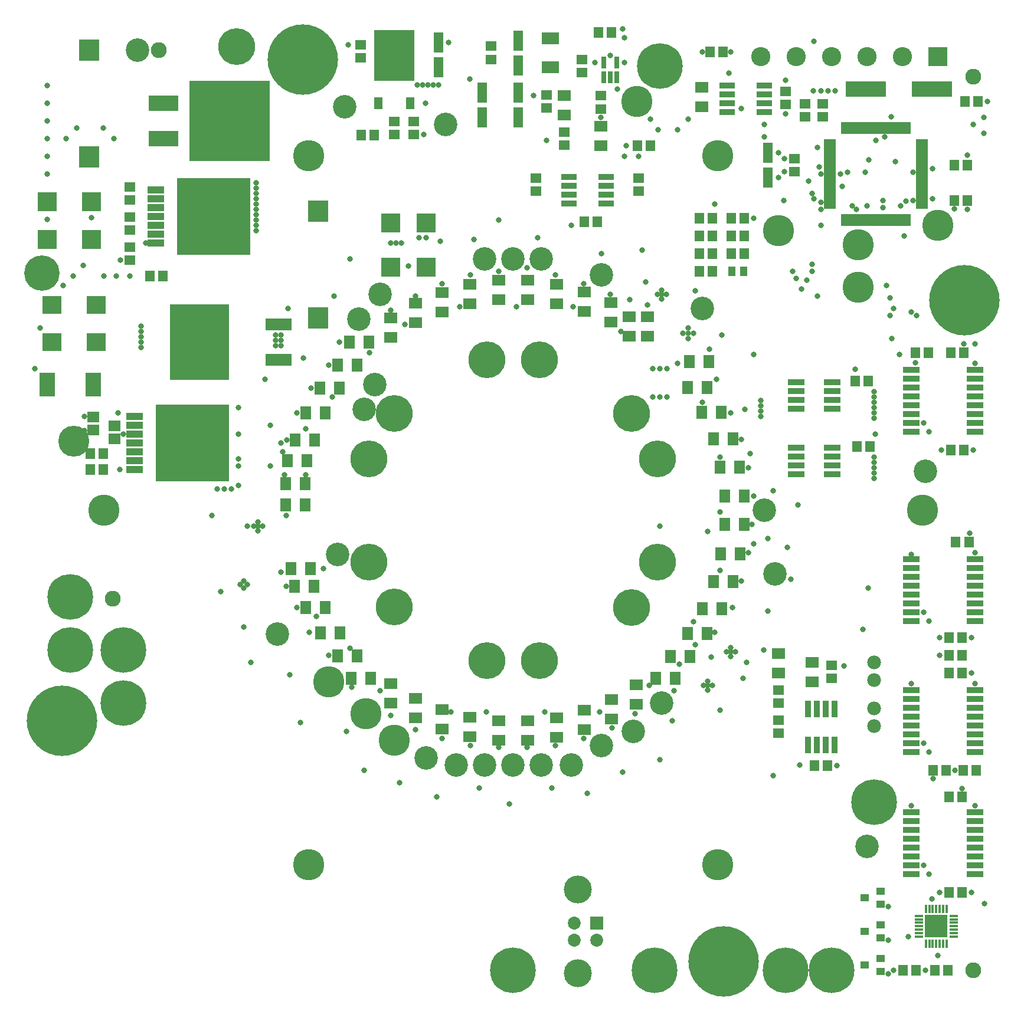
<source format=gts>
%FSLAX23Y23*%
%MOIN*%
G70*
G01*
G75*
G04 Layer_Color=8388736*
%ADD10C,0.150*%
%ADD11R,0.118X0.118*%
%ADD12R,0.010X0.041*%
%ADD13R,0.041X0.010*%
%ADD14R,0.035X0.049*%
%ADD15R,0.050X0.055*%
%ADD16R,0.055X0.050*%
%ADD17R,0.022X0.057*%
%ADD18R,0.022X0.057*%
%ADD19R,0.012X0.063*%
%ADD20R,0.140X0.060*%
%ADD21R,0.330X0.420*%
%ADD22R,0.079X0.126*%
%ADD23R,0.079X0.126*%
%ADD24R,0.085X0.036*%
%ADD25R,0.410X0.425*%
%ADD26R,0.110X0.115*%
%ADD27R,0.100X0.100*%
%ADD28R,0.059X0.051*%
%ADD29R,0.024X0.087*%
%ADD30R,0.024X0.087*%
%ADD31R,0.081X0.024*%
%ADD32C,0.050*%
%ADD33R,0.039X0.063*%
%ADD34R,0.217X0.280*%
%ADD35R,0.089X0.024*%
%ADD36R,0.160X0.080*%
%ADD37R,0.450X0.450*%
%ADD38R,0.100X0.100*%
%ADD39R,0.102X0.094*%
%ADD40R,0.012X0.063*%
%ADD41R,0.055X0.065*%
%ADD42R,0.065X0.055*%
%ADD43R,0.037X0.035*%
%ADD44R,0.037X0.035*%
%ADD45R,0.217X0.079*%
%ADD46R,0.063X0.012*%
%ADD47R,0.050X0.110*%
%ADD48R,0.087X0.024*%
%ADD49R,0.087X0.024*%
%ADD50C,0.010*%
%ADD51C,0.020*%
%ADD52C,0.075*%
%ADD53C,0.040*%
%ADD54C,0.025*%
%ADD55C,0.030*%
%ADD56C,0.035*%
%ADD57C,0.015*%
%ADD58C,0.100*%
%ADD59C,0.050*%
%ADD60C,0.150*%
%ADD61C,0.065*%
%ADD62R,0.065X0.065*%
%ADD63C,0.390*%
%ADD64C,0.169*%
%ADD65C,0.100*%
%ADD66C,0.070*%
%ADD67C,0.125*%
%ADD68C,0.250*%
%ADD69C,0.200*%
%ADD70C,0.150*%
%ADD71C,0.024*%
%ADD72C,0.040*%
%ADD73C,0.025*%
%ADD74C,0.008*%
%ADD75C,0.131*%
%ADD76C,0.080*%
%ADD77C,0.430*%
%ADD78C,0.209*%
%ADD79C,0.102*%
%ADD80C,0.085*%
%ADD81C,0.165*%
%ADD82C,0.290*%
%ADD83C,0.052*%
%ADD84C,0.055*%
%ADD85C,0.064*%
G04:AMPARAMS|DCode=86|XSize=43mil|YSize=59mil|CornerRadius=0mil|HoleSize=0mil|Usage=FLASHONLY|Rotation=277.500|XOffset=0mil|YOffset=0mil|HoleType=Round|Shape=Rectangle|*
%AMROTATEDRECTD86*
4,1,4,-0.032,0.018,0.026,0.025,0.032,-0.018,-0.026,-0.025,-0.032,0.018,0.0*
%
%ADD86ROTATEDRECTD86*%

G04:AMPARAMS|DCode=87|XSize=43mil|YSize=59mil|CornerRadius=0mil|HoleSize=0mil|Usage=FLASHONLY|Rotation=292.500|XOffset=0mil|YOffset=0mil|HoleType=Round|Shape=Rectangle|*
%AMROTATEDRECTD87*
4,1,4,-0.036,0.009,0.019,0.031,0.036,-0.009,-0.019,-0.031,-0.036,0.009,0.0*
%
%ADD87ROTATEDRECTD87*%

G04:AMPARAMS|DCode=88|XSize=43mil|YSize=59mil|CornerRadius=0mil|HoleSize=0mil|Usage=FLASHONLY|Rotation=307.500|XOffset=0mil|YOffset=0mil|HoleType=Round|Shape=Rectangle|*
%AMROTATEDRECTD88*
4,1,4,-0.037,-0.001,0.010,0.035,0.037,0.001,-0.010,-0.035,-0.037,-0.001,0.0*
%
%ADD88ROTATEDRECTD88*%

G04:AMPARAMS|DCode=89|XSize=43mil|YSize=59mil|CornerRadius=0mil|HoleSize=0mil|Usage=FLASHONLY|Rotation=322.500|XOffset=0mil|YOffset=0mil|HoleType=Round|Shape=Rectangle|*
%AMROTATEDRECTD89*
4,1,4,-0.035,-0.010,0.001,0.037,0.035,0.010,-0.001,-0.037,-0.035,-0.010,0.0*
%
%ADD89ROTATEDRECTD89*%

G04:AMPARAMS|DCode=90|XSize=43mil|YSize=59mil|CornerRadius=0mil|HoleSize=0mil|Usage=FLASHONLY|Rotation=337.500|XOffset=0mil|YOffset=0mil|HoleType=Round|Shape=Rectangle|*
%AMROTATEDRECTD90*
4,1,4,-0.031,-0.019,-0.009,0.036,0.031,0.019,0.009,-0.036,-0.031,-0.019,0.0*
%
%ADD90ROTATEDRECTD90*%

G04:AMPARAMS|DCode=91|XSize=43mil|YSize=59mil|CornerRadius=0mil|HoleSize=0mil|Usage=FLASHONLY|Rotation=352.500|XOffset=0mil|YOffset=0mil|HoleType=Round|Shape=Rectangle|*
%AMROTATEDRECTD91*
4,1,4,-0.025,-0.026,-0.018,0.032,0.025,0.026,0.018,-0.032,-0.025,-0.026,0.0*
%
%ADD91ROTATEDRECTD91*%

G04:AMPARAMS|DCode=92|XSize=43mil|YSize=59mil|CornerRadius=0mil|HoleSize=0mil|Usage=FLASHONLY|Rotation=7.500|XOffset=0mil|YOffset=0mil|HoleType=Round|Shape=Rectangle|*
%AMROTATEDRECTD92*
4,1,4,-0.018,-0.032,-0.025,0.026,0.018,0.032,0.025,-0.026,-0.018,-0.032,0.0*
%
%ADD92ROTATEDRECTD92*%

G04:AMPARAMS|DCode=93|XSize=43mil|YSize=59mil|CornerRadius=0mil|HoleSize=0mil|Usage=FLASHONLY|Rotation=22.500|XOffset=0mil|YOffset=0mil|HoleType=Round|Shape=Rectangle|*
%AMROTATEDRECTD93*
4,1,4,-0.009,-0.036,-0.031,0.019,0.009,0.036,0.031,-0.019,-0.009,-0.036,0.0*
%
%ADD93ROTATEDRECTD93*%

G04:AMPARAMS|DCode=94|XSize=43mil|YSize=59mil|CornerRadius=0mil|HoleSize=0mil|Usage=FLASHONLY|Rotation=37.500|XOffset=0mil|YOffset=0mil|HoleType=Round|Shape=Rectangle|*
%AMROTATEDRECTD94*
4,1,4,0.001,-0.037,-0.035,0.010,-0.001,0.037,0.035,-0.010,0.001,-0.037,0.0*
%
%ADD94ROTATEDRECTD94*%

G04:AMPARAMS|DCode=95|XSize=43mil|YSize=59mil|CornerRadius=0mil|HoleSize=0mil|Usage=FLASHONLY|Rotation=52.500|XOffset=0mil|YOffset=0mil|HoleType=Round|Shape=Rectangle|*
%AMROTATEDRECTD95*
4,1,4,0.010,-0.035,-0.037,0.001,-0.010,0.035,0.037,-0.001,0.010,-0.035,0.0*
%
%ADD95ROTATEDRECTD95*%

G04:AMPARAMS|DCode=96|XSize=43mil|YSize=59mil|CornerRadius=0mil|HoleSize=0mil|Usage=FLASHONLY|Rotation=67.500|XOffset=0mil|YOffset=0mil|HoleType=Round|Shape=Rectangle|*
%AMROTATEDRECTD96*
4,1,4,0.019,-0.031,-0.036,-0.009,-0.019,0.031,0.036,0.009,0.019,-0.031,0.0*
%
%ADD96ROTATEDRECTD96*%

G04:AMPARAMS|DCode=97|XSize=43mil|YSize=59mil|CornerRadius=0mil|HoleSize=0mil|Usage=FLASHONLY|Rotation=82.500|XOffset=0mil|YOffset=0mil|HoleType=Round|Shape=Rectangle|*
%AMROTATEDRECTD97*
4,1,4,0.026,-0.025,-0.032,-0.018,-0.026,0.025,0.032,0.018,0.026,-0.025,0.0*
%
%ADD97ROTATEDRECTD97*%

G04:AMPARAMS|DCode=98|XSize=43mil|YSize=59mil|CornerRadius=0mil|HoleSize=0mil|Usage=FLASHONLY|Rotation=285.000|XOffset=0mil|YOffset=0mil|HoleType=Round|Shape=Rectangle|*
%AMROTATEDRECTD98*
4,1,4,-0.034,0.013,0.023,0.029,0.034,-0.013,-0.023,-0.029,-0.034,0.013,0.0*
%
%ADD98ROTATEDRECTD98*%

%ADD99R,0.059X0.043*%
G04:AMPARAMS|DCode=100|XSize=43mil|YSize=59mil|CornerRadius=0mil|HoleSize=0mil|Usage=FLASHONLY|Rotation=315.000|XOffset=0mil|YOffset=0mil|HoleType=Round|Shape=Rectangle|*
%AMROTATEDRECTD100*
4,1,4,-0.036,-0.006,0.006,0.036,0.036,0.006,-0.006,-0.036,-0.036,-0.006,0.0*
%
%ADD100ROTATEDRECTD100*%

G04:AMPARAMS|DCode=101|XSize=43mil|YSize=59mil|CornerRadius=0mil|HoleSize=0mil|Usage=FLASHONLY|Rotation=300.000|XOffset=0mil|YOffset=0mil|HoleType=Round|Shape=Rectangle|*
%AMROTATEDRECTD101*
4,1,4,-0.036,0.004,0.015,0.034,0.036,-0.004,-0.015,-0.034,-0.036,0.004,0.0*
%
%ADD101ROTATEDRECTD101*%

G04:AMPARAMS|DCode=102|XSize=43mil|YSize=59mil|CornerRadius=0mil|HoleSize=0mil|Usage=FLASHONLY|Rotation=345.000|XOffset=0mil|YOffset=0mil|HoleType=Round|Shape=Rectangle|*
%AMROTATEDRECTD102*
4,1,4,-0.029,-0.023,-0.013,0.034,0.029,0.023,0.013,-0.034,-0.029,-0.023,0.0*
%
%ADD102ROTATEDRECTD102*%

G04:AMPARAMS|DCode=103|XSize=43mil|YSize=59mil|CornerRadius=0mil|HoleSize=0mil|Usage=FLASHONLY|Rotation=330.000|XOffset=0mil|YOffset=0mil|HoleType=Round|Shape=Rectangle|*
%AMROTATEDRECTD103*
4,1,4,-0.034,-0.015,-0.004,0.036,0.034,0.015,0.004,-0.036,-0.034,-0.015,0.0*
%
%ADD103ROTATEDRECTD103*%

G04:AMPARAMS|DCode=104|XSize=43mil|YSize=59mil|CornerRadius=0mil|HoleSize=0mil|Usage=FLASHONLY|Rotation=15.000|XOffset=0mil|YOffset=0mil|HoleType=Round|Shape=Rectangle|*
%AMROTATEDRECTD104*
4,1,4,-0.013,-0.034,-0.029,0.023,0.013,0.034,0.029,-0.023,-0.013,-0.034,0.0*
%
%ADD104ROTATEDRECTD104*%

%ADD105R,0.043X0.059*%
G04:AMPARAMS|DCode=106|XSize=43mil|YSize=59mil|CornerRadius=0mil|HoleSize=0mil|Usage=FLASHONLY|Rotation=45.000|XOffset=0mil|YOffset=0mil|HoleType=Round|Shape=Rectangle|*
%AMROTATEDRECTD106*
4,1,4,0.006,-0.036,-0.036,0.006,-0.006,0.036,0.036,-0.006,0.006,-0.036,0.0*
%
%ADD106ROTATEDRECTD106*%

G04:AMPARAMS|DCode=107|XSize=43mil|YSize=59mil|CornerRadius=0mil|HoleSize=0mil|Usage=FLASHONLY|Rotation=30.000|XOffset=0mil|YOffset=0mil|HoleType=Round|Shape=Rectangle|*
%AMROTATEDRECTD107*
4,1,4,-0.004,-0.036,-0.034,0.015,0.004,0.036,0.034,-0.015,-0.004,-0.036,0.0*
%
%ADD107ROTATEDRECTD107*%

G04:AMPARAMS|DCode=108|XSize=43mil|YSize=59mil|CornerRadius=0mil|HoleSize=0mil|Usage=FLASHONLY|Rotation=75.000|XOffset=0mil|YOffset=0mil|HoleType=Round|Shape=Rectangle|*
%AMROTATEDRECTD108*
4,1,4,0.023,-0.029,-0.034,-0.013,-0.023,0.029,0.034,0.013,0.023,-0.029,0.0*
%
%ADD108ROTATEDRECTD108*%

G04:AMPARAMS|DCode=109|XSize=43mil|YSize=59mil|CornerRadius=0mil|HoleSize=0mil|Usage=FLASHONLY|Rotation=60.000|XOffset=0mil|YOffset=0mil|HoleType=Round|Shape=Rectangle|*
%AMROTATEDRECTD109*
4,1,4,0.015,-0.034,-0.036,-0.004,-0.015,0.034,0.036,0.004,0.015,-0.034,0.0*
%
%ADD109ROTATEDRECTD109*%

%ADD110C,0.010*%
%ADD111C,0.004*%
%ADD112C,0.008*%
%ADD113C,0.005*%
%ADD114C,0.008*%
%ADD115C,0.006*%
%ADD116C,0.006*%
%ADD117R,0.126X0.126*%
%ADD118R,0.018X0.049*%
%ADD119R,0.049X0.018*%
%ADD120R,0.043X0.057*%
%ADD121R,0.058X0.063*%
%ADD122R,0.063X0.058*%
%ADD123R,0.030X0.065*%
%ADD124R,0.030X0.065*%
%ADD125R,0.020X0.071*%
%ADD126R,0.148X0.068*%
%ADD127R,0.338X0.428*%
%ADD128R,0.087X0.134*%
%ADD129R,0.087X0.134*%
%ADD130R,0.093X0.044*%
%ADD131R,0.418X0.433*%
%ADD132R,0.118X0.123*%
%ADD133R,0.108X0.108*%
%ADD134R,0.067X0.059*%
%ADD135R,0.032X0.095*%
%ADD136R,0.032X0.095*%
%ADD137R,0.089X0.032*%
%ADD138C,0.090*%
%ADD139R,0.047X0.071*%
%ADD140R,0.225X0.288*%
%ADD141R,0.097X0.032*%
%ADD142R,0.168X0.088*%
%ADD143R,0.458X0.458*%
%ADD144R,0.108X0.108*%
%ADD145R,0.110X0.102*%
%ADD146R,0.020X0.071*%
%ADD147R,0.063X0.073*%
%ADD148R,0.073X0.063*%
%ADD149R,0.045X0.043*%
%ADD150R,0.045X0.043*%
%ADD151R,0.225X0.087*%
%ADD152R,0.071X0.020*%
%ADD153R,0.058X0.118*%
%ADD154R,0.095X0.032*%
%ADD155R,0.095X0.032*%
%ADD156C,0.158*%
%ADD157C,0.073*%
%ADD158R,0.073X0.073*%
%ADD159C,0.398*%
%ADD160C,0.177*%
%ADD161C,0.108*%
%ADD162C,0.078*%
%ADD163C,0.133*%
%ADD164C,0.258*%
%ADD165C,0.208*%
%ADD166C,0.175*%
%ADD167C,0.032*%
%ADD168C,0.048*%
%ADD169C,0.033*%
D69*
X-2660Y1340D02*
D03*
D117*
X2390Y-2350D02*
D03*
D118*
X2331Y-2252D02*
D03*
X2351D02*
D03*
X2370D02*
D03*
X2390D02*
D03*
X2410D02*
D03*
X2429D02*
D03*
X2449D02*
D03*
Y-2448D02*
D03*
X2429D02*
D03*
X2410D02*
D03*
X2390D02*
D03*
X2370D02*
D03*
X2351D02*
D03*
X2331D02*
D03*
D119*
X2488Y-2291D02*
D03*
Y-2311D02*
D03*
Y-2330D02*
D03*
Y-2350D02*
D03*
Y-2370D02*
D03*
Y-2389D02*
D03*
Y-2409D02*
D03*
X2292D02*
D03*
Y-2389D02*
D03*
Y-2370D02*
D03*
Y-2350D02*
D03*
Y-2330D02*
D03*
Y-2311D02*
D03*
Y-2291D02*
D03*
D120*
X1237Y1350D02*
D03*
X1303D02*
D03*
D121*
X477Y1630D02*
D03*
X403D02*
D03*
X483Y2700D02*
D03*
X557D02*
D03*
X-2387Y320D02*
D03*
X-2313D02*
D03*
X1233Y1650D02*
D03*
X1307D02*
D03*
X2567Y1950D02*
D03*
X2493D02*
D03*
X2627Y2310D02*
D03*
X2553D02*
D03*
X2537Y-1620D02*
D03*
X2463Y-820D02*
D03*
X2537D02*
D03*
X2463Y-1620D02*
D03*
X-2387Y230D02*
D03*
X-2313D02*
D03*
X703Y2060D02*
D03*
X777D02*
D03*
X1127Y1350D02*
D03*
Y1450D02*
D03*
X1307D02*
D03*
X1233D02*
D03*
X1703Y-1443D02*
D03*
X1053Y1350D02*
D03*
Y1450D02*
D03*
Y1550D02*
D03*
X1127D02*
D03*
X1053Y1650D02*
D03*
X1307Y1550D02*
D03*
X1233D02*
D03*
X1777Y-1443D02*
D03*
X1127Y1650D02*
D03*
X2007Y730D02*
D03*
X2457Y-2600D02*
D03*
X2383D02*
D03*
X2347Y890D02*
D03*
X2273D02*
D03*
X2543Y-1470D02*
D03*
X2617D02*
D03*
X2547Y890D02*
D03*
X2473D02*
D03*
X2574Y-180D02*
D03*
X2500D02*
D03*
X2537Y-920D02*
D03*
X2463D02*
D03*
X-783Y2120D02*
D03*
X-857D02*
D03*
X2017Y360D02*
D03*
X2203Y-2600D02*
D03*
X2277D02*
D03*
X2473Y340D02*
D03*
X2547D02*
D03*
X-2052Y1325D02*
D03*
X-1978D02*
D03*
X2463Y-720D02*
D03*
X2537D02*
D03*
X2463Y-2160D02*
D03*
X2537D02*
D03*
X2373Y-1470D02*
D03*
X2447D02*
D03*
X2493Y1750D02*
D03*
X2567D02*
D03*
X1187Y2590D02*
D03*
X1113D02*
D03*
X1943Y360D02*
D03*
X1933Y730D02*
D03*
D122*
X390Y2473D02*
D03*
Y2547D02*
D03*
X1750Y2223D02*
D03*
Y2297D02*
D03*
X1540Y2293D02*
D03*
X1500Y-1260D02*
D03*
Y-1186D02*
D03*
X1800Y-876D02*
D03*
Y-950D02*
D03*
X1500Y-1090D02*
D03*
Y-1016D02*
D03*
X1540Y2367D02*
D03*
X1590Y1987D02*
D03*
Y1913D02*
D03*
X-2165Y1657D02*
D03*
Y1583D02*
D03*
Y1487D02*
D03*
X290Y2064D02*
D03*
Y2138D02*
D03*
X494Y2343D02*
D03*
Y2269D02*
D03*
X-670Y2197D02*
D03*
Y2123D02*
D03*
X-126Y2549D02*
D03*
Y2623D02*
D03*
X-2165Y1827D02*
D03*
Y1753D02*
D03*
X-860Y2632D02*
D03*
Y2558D02*
D03*
X190Y2274D02*
D03*
Y2348D02*
D03*
X-560Y2197D02*
D03*
Y2123D02*
D03*
X-2165Y1413D02*
D03*
X710Y1877D02*
D03*
X1650Y2297D02*
D03*
Y2223D02*
D03*
X130Y1877D02*
D03*
X710Y1803D02*
D03*
X130D02*
D03*
D123*
X513Y2532D02*
D03*
X587D02*
D03*
Y2448D02*
D03*
X550D02*
D03*
D124*
X513Y2448D02*
D03*
D125*
X190Y2667D02*
D03*
X171Y2505D02*
D03*
X190D02*
D03*
X210D02*
D03*
X230D02*
D03*
X171Y2667D02*
D03*
X210D02*
D03*
X230Y2667D02*
D03*
X249Y2667D02*
D03*
X2040Y1640D02*
D03*
X2001D02*
D03*
X1981D02*
D03*
X1961D02*
D03*
X2119Y2160D02*
D03*
X2237D02*
D03*
X2217D02*
D03*
X2139Y1640D02*
D03*
X2158D02*
D03*
X2178D02*
D03*
X1883Y2160D02*
D03*
X1863D02*
D03*
X1883Y1640D02*
D03*
X1942Y2160D02*
D03*
X1902Y1640D02*
D03*
X1922Y2160D02*
D03*
X1961D02*
D03*
X1981D02*
D03*
X2198D02*
D03*
X2178D02*
D03*
X2158D02*
D03*
X2139D02*
D03*
X2099D02*
D03*
X2080D02*
D03*
X2060D02*
D03*
X2040D02*
D03*
X2020D02*
D03*
X2001D02*
D03*
X1902D02*
D03*
X2119Y1640D02*
D03*
X2099D02*
D03*
X2080D02*
D03*
X2060D02*
D03*
X1942D02*
D03*
X1922D02*
D03*
X1863D02*
D03*
X2198D02*
D03*
X2020D02*
D03*
X2237D02*
D03*
X2217D02*
D03*
D126*
X-1325Y1050D02*
D03*
Y850D02*
D03*
D127*
X-1770Y950D02*
D03*
D128*
X-2370Y710D02*
D03*
D129*
X-2630D02*
D03*
D130*
X-2138Y230D02*
D03*
Y280D02*
D03*
Y330D02*
D03*
Y380D02*
D03*
Y430D02*
D03*
Y530D02*
D03*
Y480D02*
D03*
X-2018Y1510D02*
D03*
Y1560D02*
D03*
Y1610D02*
D03*
Y1660D02*
D03*
Y1710D02*
D03*
Y1760D02*
D03*
Y1810D02*
D03*
D131*
X-1810Y380D02*
D03*
X-1690Y1660D02*
D03*
D132*
X-1100Y1087D02*
D03*
Y1692D02*
D03*
X-2395Y2602D02*
D03*
Y1997D02*
D03*
D133*
X-690Y1375D02*
D03*
Y1625D02*
D03*
X-490D02*
D03*
Y1375D02*
D03*
D134*
X-2370Y453D02*
D03*
Y527D02*
D03*
X-2250Y403D02*
D03*
Y477D02*
D03*
D135*
X1815Y-1121D02*
D03*
D136*
X1765D02*
D03*
X1715D02*
D03*
X1665D02*
D03*
Y-1325D02*
D03*
X1765D02*
D03*
X1815D02*
D03*
X1715D02*
D03*
D137*
X1210Y2400D02*
D03*
X1420Y2250D02*
D03*
Y2350D02*
D03*
Y2400D02*
D03*
X1210Y2250D02*
D03*
X1420Y2300D02*
D03*
X1210Y2350D02*
D03*
Y2300D02*
D03*
X525Y1885D02*
D03*
Y1835D02*
D03*
Y1785D02*
D03*
Y1735D02*
D03*
X315Y1885D02*
D03*
Y1835D02*
D03*
Y1785D02*
D03*
Y1735D02*
D03*
D138*
X-2260Y-500D02*
D03*
X2600Y2450D02*
D03*
X-2000Y2600D02*
D03*
X2600Y-2600D02*
D03*
D139*
X-580Y2300D02*
D03*
X-760D02*
D03*
D140*
X-670Y2570D02*
D03*
D141*
X2250Y795D02*
D03*
Y745D02*
D03*
Y695D02*
D03*
Y645D02*
D03*
Y595D02*
D03*
Y545D02*
D03*
Y495D02*
D03*
Y445D02*
D03*
X2610Y795D02*
D03*
Y745D02*
D03*
Y695D02*
D03*
Y645D02*
D03*
Y595D02*
D03*
Y545D02*
D03*
Y495D02*
D03*
Y445D02*
D03*
X2250Y-275D02*
D03*
Y-325D02*
D03*
Y-375D02*
D03*
Y-425D02*
D03*
Y-475D02*
D03*
Y-525D02*
D03*
Y-575D02*
D03*
Y-625D02*
D03*
X2610Y-275D02*
D03*
Y-325D02*
D03*
Y-375D02*
D03*
Y-425D02*
D03*
Y-475D02*
D03*
Y-525D02*
D03*
Y-575D02*
D03*
Y-625D02*
D03*
Y-2055D02*
D03*
Y-2005D02*
D03*
Y-1955D02*
D03*
Y-1905D02*
D03*
Y-1855D02*
D03*
Y-1805D02*
D03*
Y-1755D02*
D03*
Y-1705D02*
D03*
X2250Y-2055D02*
D03*
Y-2005D02*
D03*
Y-1955D02*
D03*
Y-1905D02*
D03*
Y-1855D02*
D03*
Y-1805D02*
D03*
Y-1755D02*
D03*
Y-1705D02*
D03*
X2610Y-1365D02*
D03*
Y-1315D02*
D03*
Y-1265D02*
D03*
Y-1215D02*
D03*
Y-1165D02*
D03*
Y-1115D02*
D03*
Y-1065D02*
D03*
Y-1015D02*
D03*
X2250Y-1365D02*
D03*
Y-1315D02*
D03*
Y-1265D02*
D03*
Y-1215D02*
D03*
Y-1165D02*
D03*
Y-1115D02*
D03*
Y-1065D02*
D03*
Y-1015D02*
D03*
D142*
X-1975Y2300D02*
D03*
Y2100D02*
D03*
D143*
X-1600Y2200D02*
D03*
D144*
X-2630Y1530D02*
D03*
X-2380D02*
D03*
Y1745D02*
D03*
X-2630D02*
D03*
X2400Y2565D02*
D03*
D145*
X-2354Y950D02*
D03*
X-2606D02*
D03*
Y1160D02*
D03*
X-2354D02*
D03*
D146*
X249Y2505D02*
D03*
D147*
X1305Y82D02*
D03*
X1195D02*
D03*
X-1234Y-430D02*
D03*
X1171Y-244D02*
D03*
X1069Y-554D02*
D03*
X888Y-827D02*
D03*
X-805Y-950D02*
D03*
X-979Y-691D02*
D03*
X-1124Y-430D02*
D03*
X-1175Y30D02*
D03*
X-1165Y280D02*
D03*
X-1061Y550D02*
D03*
X-881Y821D02*
D03*
X986Y695D02*
D03*
X1132Y403D02*
D03*
X1281Y-244D02*
D03*
X1179Y-554D02*
D03*
X998Y-827D02*
D03*
X-915Y-950D02*
D03*
X-1089Y-691D02*
D03*
X-1285Y30D02*
D03*
X-1275Y280D02*
D03*
X-1171Y550D02*
D03*
X-991Y821D02*
D03*
X1096Y695D02*
D03*
X1242Y403D02*
D03*
X1280Y245D02*
D03*
X1305Y-80D02*
D03*
X1105Y840D02*
D03*
X1177Y554D02*
D03*
X-925Y950D02*
D03*
X-1231Y399D02*
D03*
X-1090Y691D02*
D03*
X-1255Y-330D02*
D03*
X-1285Y150D02*
D03*
X-991Y-821D02*
D03*
X-1170Y-550D02*
D03*
X915Y-950D02*
D03*
X1241Y-402D02*
D03*
X1096Y-696D02*
D03*
X1170Y245D02*
D03*
X995Y840D02*
D03*
X-815Y950D02*
D03*
X-1121Y399D02*
D03*
X-1145Y-330D02*
D03*
X-881Y-821D02*
D03*
X805Y-950D02*
D03*
X1131Y-402D02*
D03*
X1195Y-80D02*
D03*
X1067Y554D02*
D03*
X-980Y691D02*
D03*
X-1175Y150D02*
D03*
X-1060Y-550D02*
D03*
X986Y-696D02*
D03*
D148*
X290Y2346D02*
D03*
Y2236D02*
D03*
X1065Y2280D02*
D03*
Y2390D02*
D03*
X1500Y-808D02*
D03*
X1690Y-858D02*
D03*
Y-968D02*
D03*
X1500Y-918D02*
D03*
X695Y-985D02*
D03*
X402Y-1128D02*
D03*
X82Y-1189D02*
D03*
X-243Y-1168D02*
D03*
X-551Y-1063D02*
D03*
X-690Y978D02*
D03*
X-400Y1122D02*
D03*
X-80Y1190D02*
D03*
X244Y1169D02*
D03*
X553Y1066D02*
D03*
X760Y985D02*
D03*
X695Y-1095D02*
D03*
X402Y-1238D02*
D03*
X82Y-1299D02*
D03*
X-243Y-1278D02*
D03*
X-551Y-1173D02*
D03*
X-690Y1088D02*
D03*
X-400Y1232D02*
D03*
X-80Y1300D02*
D03*
X244Y1279D02*
D03*
X553Y1176D02*
D03*
X760Y1095D02*
D03*
X494Y2061D02*
D03*
Y2171D02*
D03*
X401Y1236D02*
D03*
X655Y1095D02*
D03*
X-243Y1277D02*
D03*
X82Y1300D02*
D03*
X-550Y1170D02*
D03*
X-401Y-1236D02*
D03*
X-692Y-1090D02*
D03*
X244Y-1281D02*
D03*
X-82Y-1300D02*
D03*
X554Y-1178D02*
D03*
X401Y1126D02*
D03*
X-243Y1167D02*
D03*
X-401Y-1126D02*
D03*
X244Y-1171D02*
D03*
X655Y985D02*
D03*
X82Y1190D02*
D03*
X-550Y1060D02*
D03*
X-692Y-980D02*
D03*
X-82Y-1190D02*
D03*
X554Y-1068D02*
D03*
D149*
X2076Y-2153D02*
D03*
Y-2343D02*
D03*
Y-2533D02*
D03*
D150*
Y-2227D02*
D03*
X1984Y-2190D02*
D03*
Y-2380D02*
D03*
Y-2570D02*
D03*
X2076Y-2417D02*
D03*
Y-2607D02*
D03*
D151*
X1993Y2380D02*
D03*
X2367D02*
D03*
D152*
X2310Y1949D02*
D03*
Y1890D02*
D03*
Y1870D02*
D03*
Y1851D02*
D03*
Y1831D02*
D03*
Y1733D02*
D03*
Y1713D02*
D03*
X1790Y2008D02*
D03*
Y1989D02*
D03*
X2310Y2048D02*
D03*
Y2028D02*
D03*
X1790D02*
D03*
Y1949D02*
D03*
Y1969D02*
D03*
Y2048D02*
D03*
Y2067D02*
D03*
Y2087D02*
D03*
Y1910D02*
D03*
Y1890D02*
D03*
Y1870D02*
D03*
Y1851D02*
D03*
Y1811D02*
D03*
Y1792D02*
D03*
Y1772D02*
D03*
Y1752D02*
D03*
Y1733D02*
D03*
Y1713D02*
D03*
X2310Y2087D02*
D03*
Y2067D02*
D03*
Y2008D02*
D03*
Y1969D02*
D03*
Y1930D02*
D03*
Y1910D02*
D03*
Y1811D02*
D03*
Y1792D02*
D03*
Y1772D02*
D03*
Y1752D02*
D03*
Y1989D02*
D03*
X1790Y1930D02*
D03*
Y1831D02*
D03*
D153*
X1440Y1880D02*
D03*
Y2020D02*
D03*
X29Y2656D02*
D03*
Y2516D02*
D03*
X-175Y2361D02*
D03*
Y2221D02*
D03*
X30Y2361D02*
D03*
Y2221D02*
D03*
X-420Y2505D02*
D03*
Y2645D02*
D03*
D154*
X1802Y355D02*
D03*
X1598Y205D02*
D03*
Y255D02*
D03*
Y305D02*
D03*
Y355D02*
D03*
X1802Y305D02*
D03*
Y255D02*
D03*
Y675D02*
D03*
Y625D02*
D03*
X1598Y725D02*
D03*
Y675D02*
D03*
Y625D02*
D03*
Y575D02*
D03*
X1802Y725D02*
D03*
D155*
Y205D02*
D03*
Y575D02*
D03*
D156*
X367Y-2617D02*
D03*
Y-2143D02*
D03*
D157*
X473Y-2429D02*
D03*
X347D02*
D03*
Y-2331D02*
D03*
D158*
X473D02*
D03*
D159*
X-1189Y2549D02*
D03*
X2549Y1189D02*
D03*
X1189Y-2549D02*
D03*
X-2549Y-1189D02*
D03*
D160*
X-1156Y2003D02*
D03*
X1156D02*
D03*
X2312Y0D02*
D03*
X1156Y-2003D02*
D03*
X-1156D02*
D03*
X-2312Y0D02*
D03*
X2400Y1610D02*
D03*
X1950Y1260D02*
D03*
X1500Y1580D02*
D03*
X-830Y-1150D02*
D03*
X-670Y-1300D02*
D03*
X-1040Y-970D02*
D03*
X1950Y1500D02*
D03*
X700Y2310D02*
D03*
D161*
X2200Y2565D02*
D03*
X2000D02*
D03*
X1800D02*
D03*
X1600D02*
D03*
X1400D02*
D03*
D162*
X2040Y-1120D02*
D03*
Y-1220D02*
D03*
Y-960D02*
D03*
Y-860D02*
D03*
D163*
X-2120Y2600D02*
D03*
X0Y1420D02*
D03*
X160D02*
D03*
X-160D02*
D03*
X-750Y1220D02*
D03*
X-990Y-250D02*
D03*
X500Y1330D02*
D03*
X1070Y1140D02*
D03*
X1480Y-360D02*
D03*
X2330Y220D02*
D03*
X-780Y710D02*
D03*
X-840Y570D02*
D03*
X-1330Y-700D02*
D03*
X680Y-1250D02*
D03*
X500Y-1330D02*
D03*
X330Y-1440D02*
D03*
X160D02*
D03*
X0D02*
D03*
X-160D02*
D03*
X-320D02*
D03*
X-490Y-1400D02*
D03*
X840Y-1090D02*
D03*
X1420Y0D02*
D03*
X-870Y1080D02*
D03*
X-950Y2280D02*
D03*
X-380Y2180D02*
D03*
X2000Y-1900D02*
D03*
D164*
X-2500Y-490D02*
D03*
Y-790D02*
D03*
X-2200D02*
D03*
Y-1090D02*
D03*
X830Y2510D02*
D03*
X2040Y-1650D02*
D03*
X1800Y-2600D02*
D03*
X1540D02*
D03*
X800D02*
D03*
X0D02*
D03*
D165*
X-1560Y2620D02*
D03*
X670Y-548D02*
D03*
X815Y-291D02*
D03*
Y291D02*
D03*
X670Y547D02*
D03*
X148Y850D02*
D03*
X-815Y291D02*
D03*
X-670Y-547D02*
D03*
X148Y-850D02*
D03*
X-148Y850D02*
D03*
X-670Y547D02*
D03*
X-815Y-291D02*
D03*
X-148Y-850D02*
D03*
D166*
X-2480Y390D02*
D03*
D167*
X2231Y-2409D02*
D03*
X2663Y-2222D02*
D03*
X1220Y2470D02*
D03*
X2134Y2224D02*
D03*
X620Y2720D02*
D03*
X590Y2380D02*
D03*
X462Y2532D02*
D03*
X630Y2670D02*
D03*
X550Y2570D02*
D03*
X630Y2530D02*
D03*
X2410Y-820D02*
D03*
X-1310Y990D02*
D03*
X2005Y-440D02*
D03*
X1550Y-210D02*
D03*
X1360Y-190D02*
D03*
X1100Y-120D02*
D03*
X1870Y-880D02*
D03*
X1540Y2430D02*
D03*
X1070Y2590D02*
D03*
X1540Y2240D02*
D03*
X1977Y-673D02*
D03*
X1470Y-1500D02*
D03*
X1620Y-1440D02*
D03*
X1310Y570D02*
D03*
X1470Y110D02*
D03*
X1440Y-160D02*
D03*
Y-570D02*
D03*
X1230Y-800D02*
D03*
X1100Y-990D02*
D03*
X1300Y-950D02*
D03*
X900Y-1190D02*
D03*
X618Y-1479D02*
D03*
X220Y-1570D02*
D03*
X-190D02*
D03*
X-640Y-1540D02*
D03*
X-940Y-1250D02*
D03*
X-1260Y-930D02*
D03*
X-1520Y-660D02*
D03*
Y-400D02*
D03*
X-1440Y-90D02*
D03*
X-1500D02*
D03*
X-1370Y250D02*
D03*
Y480D02*
D03*
X-1185Y860D02*
D03*
X-1010Y1210D02*
D03*
X1180Y990D02*
D03*
X750Y1290D02*
D03*
X500Y1450D02*
D03*
X140Y1540D02*
D03*
X-220Y1530D02*
D03*
X990Y1000D02*
D03*
X840Y1220D02*
D03*
X-590Y1380D02*
D03*
X-920Y1420D02*
D03*
X-1270Y1140D02*
D03*
X-1400Y740D02*
D03*
X-1700Y-30D02*
D03*
X-1650Y-460D02*
D03*
X-1480Y-860D02*
D03*
X-1200Y-1200D02*
D03*
X-840Y-1470D02*
D03*
X-430Y-1620D02*
D03*
X-20Y-1660D02*
D03*
X420Y-1600D02*
D03*
X830Y-1410D02*
D03*
X1170Y-1130D02*
D03*
X1416Y-790D02*
D03*
X1570Y-390D02*
D03*
X1610Y30D02*
D03*
X1340Y320D02*
D03*
X1360Y880D02*
D03*
X730Y1470D02*
D03*
X330Y1610D02*
D03*
X-80Y1640D02*
D03*
X-410Y1520D02*
D03*
X1600Y1310D02*
D03*
X1720Y2050D02*
D03*
Y1210D02*
D03*
X1890Y1910D02*
D03*
X1400Y620D02*
D03*
Y590D02*
D03*
Y560D02*
D03*
Y530D02*
D03*
X1110Y910D02*
D03*
X777Y2210D02*
D03*
X1915Y1720D02*
D03*
X1740Y1610D02*
D03*
X1530Y1750D02*
D03*
X640Y2060D02*
D03*
X-2220Y230D02*
D03*
X-690Y1510D02*
D03*
X-490Y1540D02*
D03*
X990Y2210D02*
D03*
X1140Y-690D02*
D03*
X1120Y-830D02*
D03*
X940Y-870D02*
D03*
X1030Y-760D02*
D03*
X610Y1010D02*
D03*
X760Y1160D02*
D03*
X660Y1190D02*
D03*
X1420Y2180D02*
D03*
Y2110D02*
D03*
X1660Y1300D02*
D03*
X1140Y1730D02*
D03*
X1580Y1350D02*
D03*
X1360Y1650D02*
D03*
X1690Y1350D02*
D03*
X2370Y1760D02*
D03*
X1690Y1390D02*
D03*
X2260Y1750D02*
D03*
X1700Y1760D02*
D03*
X1630Y1250D02*
D03*
X1690Y1790D02*
D03*
X-1110Y-600D02*
D03*
X-920Y-780D02*
D03*
X-750Y-1020D02*
D03*
X-350Y-1140D02*
D03*
X-150D02*
D03*
X180D02*
D03*
X490D02*
D03*
X770Y-990D02*
D03*
X1020Y-630D02*
D03*
X1170Y-340D02*
D03*
Y-10D02*
D03*
Y300D02*
D03*
X1070Y610D02*
D03*
X930Y830D02*
D03*
X340Y1150D02*
D03*
X20D02*
D03*
X-300D02*
D03*
X-610Y1050D02*
D03*
X-810Y890D02*
D03*
X-1020Y640D02*
D03*
X-1170Y460D02*
D03*
X240Y1330D02*
D03*
X400Y1280D02*
D03*
X550Y1220D02*
D03*
X1150Y740D02*
D03*
X1230Y550D02*
D03*
X1330Y240D02*
D03*
X1290Y400D02*
D03*
X1360Y80D02*
D03*
X1330Y-240D02*
D03*
X1350Y-80D02*
D03*
X1290Y-400D02*
D03*
X1240Y-550D02*
D03*
X910Y-1020D02*
D03*
X690Y-1150D02*
D03*
X560Y-1230D02*
D03*
X400Y-1290D02*
D03*
X240Y-1330D02*
D03*
X80Y-1340D02*
D03*
X-80D02*
D03*
X-240Y-1330D02*
D03*
X-400Y-1290D02*
D03*
X-550Y-1240D02*
D03*
X-690Y-1160D02*
D03*
X-910Y-1000D02*
D03*
X-1040Y-820D02*
D03*
X-1150Y-690D02*
D03*
X-1220Y-550D02*
D03*
X-1280Y-430D02*
D03*
X-1310Y-350D02*
D03*
X-1280Y-30D02*
D03*
X-1290Y200D02*
D03*
X-1300Y330D02*
D03*
X-1279Y399D02*
D03*
X-1220Y550D02*
D03*
X-1140Y690D02*
D03*
X-1040Y820D02*
D03*
X-980Y950D02*
D03*
X-690Y1130D02*
D03*
X-550Y1210D02*
D03*
X-400Y1280D02*
D03*
X-240Y1330D02*
D03*
X-80Y1350D02*
D03*
X80Y1370D02*
D03*
X-1070Y-330D02*
D03*
X-1170Y200D02*
D03*
X-2420Y450D02*
D03*
X-2200Y430D02*
D03*
X-2420Y530D02*
D03*
X-2230Y550D02*
D03*
X1830Y-1443D02*
D03*
X2120Y-2620D02*
D03*
Y-2430D02*
D03*
Y-2240D02*
D03*
X-540Y2405D02*
D03*
X-510D02*
D03*
X-480D02*
D03*
X-450D02*
D03*
X-2100Y1040D02*
D03*
Y1010D02*
D03*
Y980D02*
D03*
Y950D02*
D03*
Y920D02*
D03*
X2181Y881D02*
D03*
X1780Y2370D02*
D03*
X1820D02*
D03*
X1500Y1880D02*
D03*
X1533Y1913D02*
D03*
Y1987D02*
D03*
X1500Y2020D02*
D03*
X2050Y2090D02*
D03*
X2130Y1100D02*
D03*
X2150Y1140D02*
D03*
X2220Y1747D02*
D03*
X2610Y940D02*
D03*
X2547D02*
D03*
X2537Y-1573D02*
D03*
X2660Y2220D02*
D03*
Y2130D02*
D03*
X2140Y970D02*
D03*
X2600Y2180D02*
D03*
X2160Y1970D02*
D03*
X2280Y1100D02*
D03*
X2250Y1120D02*
D03*
X2567Y2007D02*
D03*
X2370Y1930D02*
D03*
X2260Y1910D02*
D03*
X2130Y1200D02*
D03*
X-503Y2123D02*
D03*
X2210Y1550D02*
D03*
X2110Y1270D02*
D03*
X2090Y1710D02*
D03*
Y1750D02*
D03*
X2350Y445D02*
D03*
X2320Y495D02*
D03*
X2350Y-625D02*
D03*
X2320Y-575D02*
D03*
Y-1315D02*
D03*
X2350Y-1365D02*
D03*
Y-2055D02*
D03*
X2320Y-2005D02*
D03*
X2250Y-980D02*
D03*
X2273Y833D02*
D03*
X2250Y-1670D02*
D03*
X2373Y-1517D02*
D03*
X2580Y-130D02*
D03*
X2590Y-920D02*
D03*
X2610Y-980D02*
D03*
Y-240D02*
D03*
Y830D02*
D03*
Y-1670D02*
D03*
X2330Y-2600D02*
D03*
X2150D02*
D03*
X2495Y-1470D02*
D03*
X2410Y-720D02*
D03*
X2590D02*
D03*
X-246Y2437D02*
D03*
X114Y2346D02*
D03*
X-365Y2645D02*
D03*
X-930Y2630D02*
D03*
X-495Y2300D02*
D03*
X-420Y2405D02*
D03*
X-2525Y2100D02*
D03*
X-2465Y2160D02*
D03*
X-2315D02*
D03*
X-2255Y2100D02*
D03*
X-2540Y1270D02*
D03*
X-2427Y1383D02*
D03*
X-2380Y1655D02*
D03*
X494Y2221D02*
D03*
X-2075Y1510D02*
D03*
X-2630Y2400D02*
D03*
Y2000D02*
D03*
Y1645D02*
D03*
Y1900D02*
D03*
Y2300D02*
D03*
Y2100D02*
D03*
Y2200D02*
D03*
X-2218Y1413D02*
D03*
X-2670Y1030D02*
D03*
X-2484Y1326D02*
D03*
X-2310Y1325D02*
D03*
X-2240D02*
D03*
X-2165D02*
D03*
X2493Y1703D02*
D03*
X2567Y1702D02*
D03*
X2099Y2111D02*
D03*
X2410Y-2160D02*
D03*
X2366Y-2194D02*
D03*
X2400Y-2515D02*
D03*
X-2700Y800D02*
D03*
X1740Y1900D02*
D03*
X1850D02*
D03*
X1740Y2370D02*
D03*
X1940Y1700D02*
D03*
X1695Y2370D02*
D03*
X1740Y1740D02*
D03*
X2000Y1720D02*
D03*
X1990Y1910D02*
D03*
X1740Y1700D02*
D03*
X1860Y1830D02*
D03*
X2010Y1980D02*
D03*
X2250Y-250D02*
D03*
X2590Y-2160D02*
D03*
X1933Y798D02*
D03*
X2045Y430D02*
D03*
X2680Y2310D02*
D03*
X1230Y2590D02*
D03*
X2190Y1720D02*
D03*
X870Y800D02*
D03*
Y640D02*
D03*
X830D02*
D03*
Y800D02*
D03*
X790Y640D02*
D03*
Y800D02*
D03*
X830Y-90D02*
D03*
X1730Y1940D02*
D03*
X1670Y1860D02*
D03*
X820Y2150D02*
D03*
X930D02*
D03*
X630Y2000D02*
D03*
X710D02*
D03*
X1030Y1240D02*
D03*
D168*
X2354Y-2385D02*
D03*
X2424D02*
D03*
X2425Y-2316D02*
D03*
X2355D02*
D03*
X2390Y-2352D02*
D03*
D169*
X-1340Y990D02*
D03*
X-1310Y960D02*
D03*
X-1340D02*
D03*
X-1310Y930D02*
D03*
X-1340D02*
D03*
X-1550Y580D02*
D03*
X-1670Y120D02*
D03*
X-1630D02*
D03*
X-1590D02*
D03*
X-1550Y140D02*
D03*
Y250D02*
D03*
Y290D02*
D03*
Y430D02*
D03*
X190Y2090D02*
D03*
X2040Y180D02*
D03*
Y210D02*
D03*
Y240D02*
D03*
Y270D02*
D03*
Y300D02*
D03*
Y520D02*
D03*
Y550D02*
D03*
Y580D02*
D03*
Y610D02*
D03*
Y640D02*
D03*
Y670D02*
D03*
X1320Y-860D02*
D03*
X-1500Y-420D02*
D03*
X-1540D02*
D03*
X-1520Y-440D02*
D03*
X-1310Y380D02*
D03*
X-630Y1510D02*
D03*
X-660D02*
D03*
X-530Y1540D02*
D03*
X2600Y340D02*
D03*
X2420D02*
D03*
X1290Y2270D02*
D03*
X1700Y2650D02*
D03*
X-1450Y1580D02*
D03*
Y1610D02*
D03*
Y1640D02*
D03*
Y1670D02*
D03*
Y1700D02*
D03*
Y1730D02*
D03*
Y1760D02*
D03*
Y1790D02*
D03*
Y1820D02*
D03*
Y1850D02*
D03*
X990Y1030D02*
D03*
Y970D02*
D03*
X1020Y1000D02*
D03*
X960D02*
D03*
X1205Y-800D02*
D03*
X1230Y-775D02*
D03*
X1255Y-800D02*
D03*
X1230Y-825D02*
D03*
X1100Y-965D02*
D03*
Y-1015D02*
D03*
X1075Y-990D02*
D03*
X1125D02*
D03*
X-1440Y-65D02*
D03*
Y-115D02*
D03*
X-1415Y-90D02*
D03*
X-1465D02*
D03*
X840Y1245D02*
D03*
Y1195D02*
D03*
X815Y1220D02*
D03*
X865D02*
D03*
M02*

</source>
